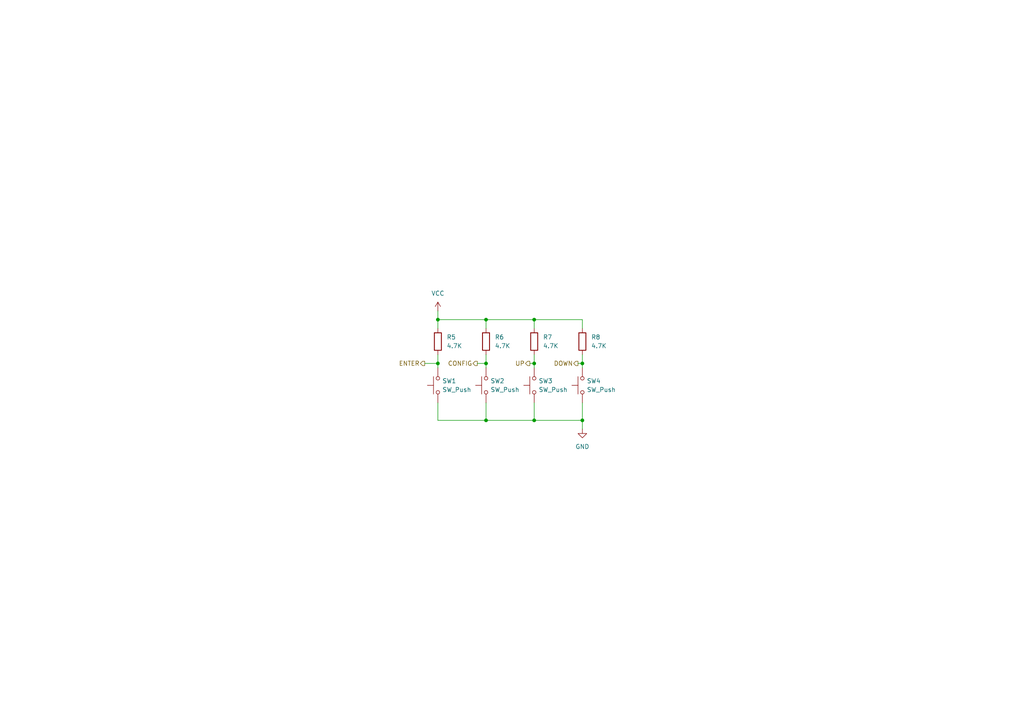
<source format=kicad_sch>
(kicad_sch
	(version 20231120)
	(generator "eeschema")
	(generator_version "8.0")
	(uuid "e7eb4c96-25b4-49c5-b8ea-e2e102dcdf26")
	(paper "A4")
	(lib_symbols
		(symbol "Device:R"
			(pin_numbers hide)
			(pin_names
				(offset 0)
			)
			(exclude_from_sim no)
			(in_bom yes)
			(on_board yes)
			(property "Reference" "R"
				(at 2.032 0 90)
				(effects
					(font
						(size 1.27 1.27)
					)
				)
			)
			(property "Value" "R"
				(at 0 0 90)
				(effects
					(font
						(size 1.27 1.27)
					)
				)
			)
			(property "Footprint" ""
				(at -1.778 0 90)
				(effects
					(font
						(size 1.27 1.27)
					)
					(hide yes)
				)
			)
			(property "Datasheet" "~"
				(at 0 0 0)
				(effects
					(font
						(size 1.27 1.27)
					)
					(hide yes)
				)
			)
			(property "Description" "Resistor"
				(at 0 0 0)
				(effects
					(font
						(size 1.27 1.27)
					)
					(hide yes)
				)
			)
			(property "ki_keywords" "R res resistor"
				(at 0 0 0)
				(effects
					(font
						(size 1.27 1.27)
					)
					(hide yes)
				)
			)
			(property "ki_fp_filters" "R_*"
				(at 0 0 0)
				(effects
					(font
						(size 1.27 1.27)
					)
					(hide yes)
				)
			)
			(symbol "R_0_1"
				(rectangle
					(start -1.016 -2.54)
					(end 1.016 2.54)
					(stroke
						(width 0.254)
						(type default)
					)
					(fill
						(type none)
					)
				)
			)
			(symbol "R_1_1"
				(pin passive line
					(at 0 3.81 270)
					(length 1.27)
					(name "~"
						(effects
							(font
								(size 1.27 1.27)
							)
						)
					)
					(number "1"
						(effects
							(font
								(size 1.27 1.27)
							)
						)
					)
				)
				(pin passive line
					(at 0 -3.81 90)
					(length 1.27)
					(name "~"
						(effects
							(font
								(size 1.27 1.27)
							)
						)
					)
					(number "2"
						(effects
							(font
								(size 1.27 1.27)
							)
						)
					)
				)
			)
		)
		(symbol "Switch:SW_Push"
			(pin_numbers hide)
			(pin_names
				(offset 1.016) hide)
			(exclude_from_sim no)
			(in_bom yes)
			(on_board yes)
			(property "Reference" "SW"
				(at 1.27 2.54 0)
				(effects
					(font
						(size 1.27 1.27)
					)
					(justify left)
				)
			)
			(property "Value" "SW_Push"
				(at 0 -1.524 0)
				(effects
					(font
						(size 1.27 1.27)
					)
				)
			)
			(property "Footprint" ""
				(at 0 5.08 0)
				(effects
					(font
						(size 1.27 1.27)
					)
					(hide yes)
				)
			)
			(property "Datasheet" "~"
				(at 0 5.08 0)
				(effects
					(font
						(size 1.27 1.27)
					)
					(hide yes)
				)
			)
			(property "Description" "Push button switch, generic, two pins"
				(at 0 0 0)
				(effects
					(font
						(size 1.27 1.27)
					)
					(hide yes)
				)
			)
			(property "ki_keywords" "switch normally-open pushbutton push-button"
				(at 0 0 0)
				(effects
					(font
						(size 1.27 1.27)
					)
					(hide yes)
				)
			)
			(symbol "SW_Push_0_1"
				(circle
					(center -2.032 0)
					(radius 0.508)
					(stroke
						(width 0)
						(type default)
					)
					(fill
						(type none)
					)
				)
				(polyline
					(pts
						(xy 0 1.27) (xy 0 3.048)
					)
					(stroke
						(width 0)
						(type default)
					)
					(fill
						(type none)
					)
				)
				(polyline
					(pts
						(xy 2.54 1.27) (xy -2.54 1.27)
					)
					(stroke
						(width 0)
						(type default)
					)
					(fill
						(type none)
					)
				)
				(circle
					(center 2.032 0)
					(radius 0.508)
					(stroke
						(width 0)
						(type default)
					)
					(fill
						(type none)
					)
				)
				(pin passive line
					(at -5.08 0 0)
					(length 2.54)
					(name "1"
						(effects
							(font
								(size 1.27 1.27)
							)
						)
					)
					(number "1"
						(effects
							(font
								(size 1.27 1.27)
							)
						)
					)
				)
				(pin passive line
					(at 5.08 0 180)
					(length 2.54)
					(name "2"
						(effects
							(font
								(size 1.27 1.27)
							)
						)
					)
					(number "2"
						(effects
							(font
								(size 1.27 1.27)
							)
						)
					)
				)
			)
		)
		(symbol "power:GND"
			(power)
			(pin_numbers hide)
			(pin_names
				(offset 0) hide)
			(exclude_from_sim no)
			(in_bom yes)
			(on_board yes)
			(property "Reference" "#PWR"
				(at 0 -6.35 0)
				(effects
					(font
						(size 1.27 1.27)
					)
					(hide yes)
				)
			)
			(property "Value" "GND"
				(at 0 -3.81 0)
				(effects
					(font
						(size 1.27 1.27)
					)
				)
			)
			(property "Footprint" ""
				(at 0 0 0)
				(effects
					(font
						(size 1.27 1.27)
					)
					(hide yes)
				)
			)
			(property "Datasheet" ""
				(at 0 0 0)
				(effects
					(font
						(size 1.27 1.27)
					)
					(hide yes)
				)
			)
			(property "Description" "Power symbol creates a global label with name \"GND\" , ground"
				(at 0 0 0)
				(effects
					(font
						(size 1.27 1.27)
					)
					(hide yes)
				)
			)
			(property "ki_keywords" "global power"
				(at 0 0 0)
				(effects
					(font
						(size 1.27 1.27)
					)
					(hide yes)
				)
			)
			(symbol "GND_0_1"
				(polyline
					(pts
						(xy 0 0) (xy 0 -1.27) (xy 1.27 -1.27) (xy 0 -2.54) (xy -1.27 -1.27) (xy 0 -1.27)
					)
					(stroke
						(width 0)
						(type default)
					)
					(fill
						(type none)
					)
				)
			)
			(symbol "GND_1_1"
				(pin power_in line
					(at 0 0 270)
					(length 0)
					(name "~"
						(effects
							(font
								(size 1.27 1.27)
							)
						)
					)
					(number "1"
						(effects
							(font
								(size 1.27 1.27)
							)
						)
					)
				)
			)
		)
		(symbol "power:VCC"
			(power)
			(pin_numbers hide)
			(pin_names
				(offset 0) hide)
			(exclude_from_sim no)
			(in_bom yes)
			(on_board yes)
			(property "Reference" "#PWR"
				(at 0 -3.81 0)
				(effects
					(font
						(size 1.27 1.27)
					)
					(hide yes)
				)
			)
			(property "Value" "VCC"
				(at 0 3.556 0)
				(effects
					(font
						(size 1.27 1.27)
					)
				)
			)
			(property "Footprint" ""
				(at 0 0 0)
				(effects
					(font
						(size 1.27 1.27)
					)
					(hide yes)
				)
			)
			(property "Datasheet" ""
				(at 0 0 0)
				(effects
					(font
						(size 1.27 1.27)
					)
					(hide yes)
				)
			)
			(property "Description" "Power symbol creates a global label with name \"VCC\""
				(at 0 0 0)
				(effects
					(font
						(size 1.27 1.27)
					)
					(hide yes)
				)
			)
			(property "ki_keywords" "global power"
				(at 0 0 0)
				(effects
					(font
						(size 1.27 1.27)
					)
					(hide yes)
				)
			)
			(symbol "VCC_0_1"
				(polyline
					(pts
						(xy -0.762 1.27) (xy 0 2.54)
					)
					(stroke
						(width 0)
						(type default)
					)
					(fill
						(type none)
					)
				)
				(polyline
					(pts
						(xy 0 0) (xy 0 2.54)
					)
					(stroke
						(width 0)
						(type default)
					)
					(fill
						(type none)
					)
				)
				(polyline
					(pts
						(xy 0 2.54) (xy 0.762 1.27)
					)
					(stroke
						(width 0)
						(type default)
					)
					(fill
						(type none)
					)
				)
			)
			(symbol "VCC_1_1"
				(pin power_in line
					(at 0 0 90)
					(length 0)
					(name "~"
						(effects
							(font
								(size 1.27 1.27)
							)
						)
					)
					(number "1"
						(effects
							(font
								(size 1.27 1.27)
							)
						)
					)
				)
			)
		)
	)
	(junction
		(at 154.94 92.71)
		(diameter 0)
		(color 0 0 0 0)
		(uuid "0607eaf4-5398-4ee6-ac6a-4d085ee24f43")
	)
	(junction
		(at 127 92.71)
		(diameter 0)
		(color 0 0 0 0)
		(uuid "070a9a74-5923-4e17-b1e0-0180e6723d33")
	)
	(junction
		(at 127 105.41)
		(diameter 0)
		(color 0 0 0 0)
		(uuid "457a5101-d967-41bd-b3c7-750e49e0bcbd")
	)
	(junction
		(at 154.94 105.41)
		(diameter 0)
		(color 0 0 0 0)
		(uuid "7d5ac839-c2c7-4b2b-ad2e-d4d0342360aa")
	)
	(junction
		(at 168.91 121.92)
		(diameter 0)
		(color 0 0 0 0)
		(uuid "80a78028-60cf-4f19-a0c8-9a88639b35c3")
	)
	(junction
		(at 154.94 121.92)
		(diameter 0)
		(color 0 0 0 0)
		(uuid "ba368657-da07-47be-900b-c1ededea05c6")
	)
	(junction
		(at 140.97 105.41)
		(diameter 0)
		(color 0 0 0 0)
		(uuid "d4ed097d-ffd3-451f-8c06-5aacc260417d")
	)
	(junction
		(at 168.91 105.41)
		(diameter 0)
		(color 0 0 0 0)
		(uuid "de9d551b-fa17-4cd4-9eb0-11166c4a5106")
	)
	(junction
		(at 140.97 92.71)
		(diameter 0)
		(color 0 0 0 0)
		(uuid "ea18a820-dd4a-4a66-9011-f1b1f48a3776")
	)
	(junction
		(at 140.97 121.92)
		(diameter 0)
		(color 0 0 0 0)
		(uuid "fa751555-e609-4af3-98f8-f768b637ee8e")
	)
	(wire
		(pts
			(xy 140.97 116.84) (xy 140.97 121.92)
		)
		(stroke
			(width 0)
			(type default)
		)
		(uuid "096f1ebf-b4ce-484f-acf5-61050807797b")
	)
	(wire
		(pts
			(xy 154.94 116.84) (xy 154.94 121.92)
		)
		(stroke
			(width 0)
			(type default)
		)
		(uuid "0b39813b-1ce0-49ea-b94b-f02ec1ab89af")
	)
	(wire
		(pts
			(xy 140.97 92.71) (xy 140.97 95.25)
		)
		(stroke
			(width 0)
			(type default)
		)
		(uuid "0d493e53-025b-44bb-9a65-f4e96a2ad723")
	)
	(wire
		(pts
			(xy 154.94 121.92) (xy 168.91 121.92)
		)
		(stroke
			(width 0)
			(type default)
		)
		(uuid "13dcb7ad-7b55-4506-8fbb-55d5df1dd06e")
	)
	(wire
		(pts
			(xy 167.64 105.41) (xy 168.91 105.41)
		)
		(stroke
			(width 0)
			(type default)
		)
		(uuid "152f9f86-43af-44b6-bd9e-3a8b5b5ba816")
	)
	(wire
		(pts
			(xy 154.94 92.71) (xy 154.94 95.25)
		)
		(stroke
			(width 0)
			(type default)
		)
		(uuid "159f00cf-0f16-472e-a47a-67739a496c1e")
	)
	(wire
		(pts
			(xy 168.91 92.71) (xy 154.94 92.71)
		)
		(stroke
			(width 0)
			(type default)
		)
		(uuid "1b5f3d25-8eae-48c6-ad78-ff183797d947")
	)
	(wire
		(pts
			(xy 127 92.71) (xy 127 95.25)
		)
		(stroke
			(width 0)
			(type default)
		)
		(uuid "1ca6d74f-3c98-4f7b-9b75-24662b2733b7")
	)
	(wire
		(pts
			(xy 154.94 102.87) (xy 154.94 105.41)
		)
		(stroke
			(width 0)
			(type default)
		)
		(uuid "3522309f-c7e2-45b0-86cf-0eb13fcb7731")
	)
	(wire
		(pts
			(xy 168.91 95.25) (xy 168.91 92.71)
		)
		(stroke
			(width 0)
			(type default)
		)
		(uuid "43b61200-949a-4c6f-9568-cdd207f4206d")
	)
	(wire
		(pts
			(xy 140.97 102.87) (xy 140.97 105.41)
		)
		(stroke
			(width 0)
			(type default)
		)
		(uuid "47b6964b-f1d7-4c54-a201-134b3b098a17")
	)
	(wire
		(pts
			(xy 154.94 92.71) (xy 140.97 92.71)
		)
		(stroke
			(width 0)
			(type default)
		)
		(uuid "5500a3e9-97da-49ae-9739-c8661e0d10ef")
	)
	(wire
		(pts
			(xy 154.94 105.41) (xy 154.94 106.68)
		)
		(stroke
			(width 0)
			(type default)
		)
		(uuid "630e2607-bb0b-4f48-961e-cfe52a6ef758")
	)
	(wire
		(pts
			(xy 127 105.41) (xy 127 106.68)
		)
		(stroke
			(width 0)
			(type default)
		)
		(uuid "749c347c-f163-4c0e-b480-fbab67d120e0")
	)
	(wire
		(pts
			(xy 127 116.84) (xy 127 121.92)
		)
		(stroke
			(width 0)
			(type default)
		)
		(uuid "7f975843-371c-42e2-a7d5-daab420c7e99")
	)
	(wire
		(pts
			(xy 127 121.92) (xy 140.97 121.92)
		)
		(stroke
			(width 0)
			(type default)
		)
		(uuid "8135a948-1b71-48e6-8cd4-18ffade303cb")
	)
	(wire
		(pts
			(xy 153.67 105.41) (xy 154.94 105.41)
		)
		(stroke
			(width 0)
			(type default)
		)
		(uuid "814f9151-64a4-471e-b863-ab1b23ed8445")
	)
	(wire
		(pts
			(xy 127 102.87) (xy 127 105.41)
		)
		(stroke
			(width 0)
			(type default)
		)
		(uuid "975f33d4-8e14-4881-a126-4d86362fb45e")
	)
	(wire
		(pts
			(xy 168.91 102.87) (xy 168.91 105.41)
		)
		(stroke
			(width 0)
			(type default)
		)
		(uuid "ad2e0728-fe2e-4a53-8bb5-eea099d35351")
	)
	(wire
		(pts
			(xy 140.97 121.92) (xy 154.94 121.92)
		)
		(stroke
			(width 0)
			(type default)
		)
		(uuid "b278f0a4-1d32-4d97-90fd-fa91a74858f4")
	)
	(wire
		(pts
			(xy 168.91 121.92) (xy 168.91 124.46)
		)
		(stroke
			(width 0)
			(type default)
		)
		(uuid "bc0162f7-d738-4cda-9d49-ecab4134d0d7")
	)
	(wire
		(pts
			(xy 123.19 105.41) (xy 127 105.41)
		)
		(stroke
			(width 0)
			(type default)
		)
		(uuid "be91bf67-a02a-4102-b055-18795c3a4063")
	)
	(wire
		(pts
			(xy 140.97 105.41) (xy 140.97 106.68)
		)
		(stroke
			(width 0)
			(type default)
		)
		(uuid "d409dc98-67d3-48c5-b41e-b0ac2850df53")
	)
	(wire
		(pts
			(xy 168.91 116.84) (xy 168.91 121.92)
		)
		(stroke
			(width 0)
			(type default)
		)
		(uuid "dd03ae58-0f83-412d-b383-f5a0abee294e")
	)
	(wire
		(pts
			(xy 127 90.17) (xy 127 92.71)
		)
		(stroke
			(width 0)
			(type default)
		)
		(uuid "e2f29743-2bc3-4d4c-bda5-463c363835db")
	)
	(wire
		(pts
			(xy 168.91 105.41) (xy 168.91 106.68)
		)
		(stroke
			(width 0)
			(type default)
		)
		(uuid "e9f2ebf9-b893-4e76-950e-ae59fbbd99eb")
	)
	(wire
		(pts
			(xy 140.97 92.71) (xy 127 92.71)
		)
		(stroke
			(width 0)
			(type default)
		)
		(uuid "f9072e42-a2c1-4e8b-87f3-cabb14d2d19d")
	)
	(wire
		(pts
			(xy 138.43 105.41) (xy 140.97 105.41)
		)
		(stroke
			(width 0)
			(type default)
		)
		(uuid "fdcbcfc3-1292-4985-b8c7-42f3f71ed10c")
	)
	(hierarchical_label "CONFIG"
		(shape output)
		(at 138.43 105.41 180)
		(fields_autoplaced yes)
		(effects
			(font
				(size 1.27 1.27)
			)
			(justify right)
		)
		(uuid "50523246-b8c0-4343-99da-008c22bd70bb")
	)
	(hierarchical_label "DOWN"
		(shape output)
		(at 167.64 105.41 180)
		(fields_autoplaced yes)
		(effects
			(font
				(size 1.27 1.27)
			)
			(justify right)
		)
		(uuid "6dbc89f8-d341-4d89-a298-567262ccefce")
	)
	(hierarchical_label "ENTER"
		(shape output)
		(at 123.19 105.41 180)
		(fields_autoplaced yes)
		(effects
			(font
				(size 1.27 1.27)
			)
			(justify right)
		)
		(uuid "88263ce2-0109-4147-a397-b079305ab195")
	)
	(hierarchical_label "UP"
		(shape output)
		(at 153.67 105.41 180)
		(fields_autoplaced yes)
		(effects
			(font
				(size 1.27 1.27)
			)
			(justify right)
		)
		(uuid "8b204bf3-d7e9-46dc-b0e5-7f4868432725")
	)
	(symbol
		(lib_id "Device:R")
		(at 168.91 99.06 180)
		(unit 1)
		(exclude_from_sim no)
		(in_bom yes)
		(on_board yes)
		(dnp no)
		(fields_autoplaced yes)
		(uuid "0549f4f1-1405-41c7-81b8-109a6f9f4eeb")
		(property "Reference" "R8"
			(at 171.45 97.7899 0)
			(effects
				(font
					(size 1.27 1.27)
				)
				(justify right)
			)
		)
		(property "Value" "4.7K"
			(at 171.45 100.3299 0)
			(effects
				(font
					(size 1.27 1.27)
				)
				(justify right)
			)
		)
		(property "Footprint" "Resistor_THT:R_Axial_DIN0207_L6.3mm_D2.5mm_P7.62mm_Horizontal"
			(at 170.688 99.06 90)
			(effects
				(font
					(size 1.27 1.27)
				)
				(hide yes)
			)
		)
		(property "Datasheet" "~"
			(at 168.91 99.06 0)
			(effects
				(font
					(size 1.27 1.27)
				)
				(hide yes)
			)
		)
		(property "Description" "Resistor"
			(at 168.91 99.06 0)
			(effects
				(font
					(size 1.27 1.27)
				)
				(hide yes)
			)
		)
		(pin "1"
			(uuid "40be4a7d-0485-4859-9eb9-3bfcfc7211ef")
		)
		(pin "2"
			(uuid "17437ab7-e526-4806-80af-7308de26314b")
		)
		(instances
			(project "school automatic bell"
				(path "/67588057-4a04-410a-b058-5e444541d633/761308d6-c613-466e-83fb-8a2920c98699"
					(reference "R8")
					(unit 1)
				)
			)
		)
	)
	(symbol
		(lib_id "Switch:SW_Push")
		(at 140.97 111.76 90)
		(unit 1)
		(exclude_from_sim no)
		(in_bom yes)
		(on_board yes)
		(dnp no)
		(fields_autoplaced yes)
		(uuid "061179e3-07ca-41f8-8244-2f6c85f83fe6")
		(property "Reference" "SW2"
			(at 142.24 110.4899 90)
			(effects
				(font
					(size 1.27 1.27)
				)
				(justify right)
			)
		)
		(property "Value" "SW_Push"
			(at 142.24 113.0299 90)
			(effects
				(font
					(size 1.27 1.27)
				)
				(justify right)
			)
		)
		(property "Footprint" "Button_Switch_THT:SW_PUSH-12mm"
			(at 135.89 111.76 0)
			(effects
				(font
					(size 1.27 1.27)
				)
				(hide yes)
			)
		)
		(property "Datasheet" "~"
			(at 135.89 111.76 0)
			(effects
				(font
					(size 1.27 1.27)
				)
				(hide yes)
			)
		)
		(property "Description" "Push button switch, generic, two pins"
			(at 140.97 111.76 0)
			(effects
				(font
					(size 1.27 1.27)
				)
				(hide yes)
			)
		)
		(pin "2"
			(uuid "05724adc-eeb1-405c-b0c6-17d15a71e9dd")
		)
		(pin "1"
			(uuid "6fe158e9-c0fa-4409-af6d-28da209c76bd")
		)
		(instances
			(project "school automatic bell"
				(path "/67588057-4a04-410a-b058-5e444541d633/761308d6-c613-466e-83fb-8a2920c98699"
					(reference "SW2")
					(unit 1)
				)
			)
		)
	)
	(symbol
		(lib_id "Device:R")
		(at 154.94 99.06 180)
		(unit 1)
		(exclude_from_sim no)
		(in_bom yes)
		(on_board yes)
		(dnp no)
		(fields_autoplaced yes)
		(uuid "1a97ea19-3549-4c69-b0e4-5f772cdbf963")
		(property "Reference" "R7"
			(at 157.48 97.7899 0)
			(effects
				(font
					(size 1.27 1.27)
				)
				(justify right)
			)
		)
		(property "Value" "4.7K"
			(at 157.48 100.3299 0)
			(effects
				(font
					(size 1.27 1.27)
				)
				(justify right)
			)
		)
		(property "Footprint" "Resistor_THT:R_Axial_DIN0207_L6.3mm_D2.5mm_P7.62mm_Horizontal"
			(at 156.718 99.06 90)
			(effects
				(font
					(size 1.27 1.27)
				)
				(hide yes)
			)
		)
		(property "Datasheet" "~"
			(at 154.94 99.06 0)
			(effects
				(font
					(size 1.27 1.27)
				)
				(hide yes)
			)
		)
		(property "Description" "Resistor"
			(at 154.94 99.06 0)
			(effects
				(font
					(size 1.27 1.27)
				)
				(hide yes)
			)
		)
		(pin "1"
			(uuid "86ca8289-e090-4fec-b689-e6a976c2cf61")
		)
		(pin "2"
			(uuid "f0dc9cb5-3fd3-4250-ac13-61bfe9349933")
		)
		(instances
			(project "school automatic bell"
				(path "/67588057-4a04-410a-b058-5e444541d633/761308d6-c613-466e-83fb-8a2920c98699"
					(reference "R7")
					(unit 1)
				)
			)
		)
	)
	(symbol
		(lib_id "Switch:SW_Push")
		(at 154.94 111.76 90)
		(unit 1)
		(exclude_from_sim no)
		(in_bom yes)
		(on_board yes)
		(dnp no)
		(fields_autoplaced yes)
		(uuid "3ceb8d72-0511-41d8-a565-098fccd26b0d")
		(property "Reference" "SW3"
			(at 156.21 110.4899 90)
			(effects
				(font
					(size 1.27 1.27)
				)
				(justify right)
			)
		)
		(property "Value" "SW_Push"
			(at 156.21 113.0299 90)
			(effects
				(font
					(size 1.27 1.27)
				)
				(justify right)
			)
		)
		(property "Footprint" "Button_Switch_THT:SW_PUSH-12mm"
			(at 149.86 111.76 0)
			(effects
				(font
					(size 1.27 1.27)
				)
				(hide yes)
			)
		)
		(property "Datasheet" "~"
			(at 149.86 111.76 0)
			(effects
				(font
					(size 1.27 1.27)
				)
				(hide yes)
			)
		)
		(property "Description" "Push button switch, generic, two pins"
			(at 154.94 111.76 0)
			(effects
				(font
					(size 1.27 1.27)
				)
				(hide yes)
			)
		)
		(pin "1"
			(uuid "61e2aaf9-00d0-44f8-9f17-492c063b5ba1")
		)
		(pin "2"
			(uuid "fa9b7bd8-2018-43d7-aff1-a59655844603")
		)
		(instances
			(project "school automatic bell"
				(path "/67588057-4a04-410a-b058-5e444541d633/761308d6-c613-466e-83fb-8a2920c98699"
					(reference "SW3")
					(unit 1)
				)
			)
		)
	)
	(symbol
		(lib_id "Device:R")
		(at 127 99.06 180)
		(unit 1)
		(exclude_from_sim no)
		(in_bom yes)
		(on_board yes)
		(dnp no)
		(fields_autoplaced yes)
		(uuid "8d1d6e3d-7121-4bc7-9559-f5bd93a70929")
		(property "Reference" "R5"
			(at 129.54 97.7899 0)
			(effects
				(font
					(size 1.27 1.27)
				)
				(justify right)
			)
		)
		(property "Value" "4.7K"
			(at 129.54 100.3299 0)
			(effects
				(font
					(size 1.27 1.27)
				)
				(justify right)
			)
		)
		(property "Footprint" "Resistor_THT:R_Axial_DIN0207_L6.3mm_D2.5mm_P7.62mm_Horizontal"
			(at 128.778 99.06 90)
			(effects
				(font
					(size 1.27 1.27)
				)
				(hide yes)
			)
		)
		(property "Datasheet" "~"
			(at 127 99.06 0)
			(effects
				(font
					(size 1.27 1.27)
				)
				(hide yes)
			)
		)
		(property "Description" "Resistor"
			(at 127 99.06 0)
			(effects
				(font
					(size 1.27 1.27)
				)
				(hide yes)
			)
		)
		(pin "1"
			(uuid "8d289d41-f85a-4cde-8f20-6926632bc653")
		)
		(pin "2"
			(uuid "24427597-7690-4498-8ea7-103c6f34afd0")
		)
		(instances
			(project "school automatic bell"
				(path "/67588057-4a04-410a-b058-5e444541d633/761308d6-c613-466e-83fb-8a2920c98699"
					(reference "R5")
					(unit 1)
				)
			)
		)
	)
	(symbol
		(lib_id "Switch:SW_Push")
		(at 127 111.76 90)
		(unit 1)
		(exclude_from_sim no)
		(in_bom yes)
		(on_board yes)
		(dnp no)
		(fields_autoplaced yes)
		(uuid "9ae41817-d876-4b5e-b74a-5102df7d8da8")
		(property "Reference" "SW1"
			(at 128.27 110.4899 90)
			(effects
				(font
					(size 1.27 1.27)
				)
				(justify right)
			)
		)
		(property "Value" "SW_Push"
			(at 128.27 113.0299 90)
			(effects
				(font
					(size 1.27 1.27)
				)
				(justify right)
			)
		)
		(property "Footprint" "Button_Switch_THT:SW_PUSH-12mm"
			(at 121.92 111.76 0)
			(effects
				(font
					(size 1.27 1.27)
				)
				(hide yes)
			)
		)
		(property "Datasheet" "~"
			(at 121.92 111.76 0)
			(effects
				(font
					(size 1.27 1.27)
				)
				(hide yes)
			)
		)
		(property "Description" "Push button switch, generic, two pins"
			(at 127 111.76 0)
			(effects
				(font
					(size 1.27 1.27)
				)
				(hide yes)
			)
		)
		(pin "1"
			(uuid "c6f5c006-0369-492f-ac8a-9d9b6a6e317c")
		)
		(pin "2"
			(uuid "55131e8b-988f-4aff-941c-daa95e115080")
		)
		(instances
			(project "school automatic bell"
				(path "/67588057-4a04-410a-b058-5e444541d633/761308d6-c613-466e-83fb-8a2920c98699"
					(reference "SW1")
					(unit 1)
				)
			)
		)
	)
	(symbol
		(lib_id "Device:R")
		(at 140.97 99.06 180)
		(unit 1)
		(exclude_from_sim no)
		(in_bom yes)
		(on_board yes)
		(dnp no)
		(fields_autoplaced yes)
		(uuid "b52c4947-d16b-4bc2-85e1-a7131d23cb89")
		(property "Reference" "R6"
			(at 143.51 97.7899 0)
			(effects
				(font
					(size 1.27 1.27)
				)
				(justify right)
			)
		)
		(property "Value" "4.7K"
			(at 143.51 100.3299 0)
			(effects
				(font
					(size 1.27 1.27)
				)
				(justify right)
			)
		)
		(property "Footprint" "Resistor_THT:R_Axial_DIN0207_L6.3mm_D2.5mm_P7.62mm_Horizontal"
			(at 142.748 99.06 90)
			(effects
				(font
					(size 1.27 1.27)
				)
				(hide yes)
			)
		)
		(property "Datasheet" "~"
			(at 140.97 99.06 0)
			(effects
				(font
					(size 1.27 1.27)
				)
				(hide yes)
			)
		)
		(property "Description" "Resistor"
			(at 140.97 99.06 0)
			(effects
				(font
					(size 1.27 1.27)
				)
				(hide yes)
			)
		)
		(pin "1"
			(uuid "8907ac2d-910c-47e2-978d-d7bef3d458fe")
		)
		(pin "2"
			(uuid "7bd24b8d-1579-44e0-ab80-e1d5c55390d0")
		)
		(instances
			(project "school automatic bell"
				(path "/67588057-4a04-410a-b058-5e444541d633/761308d6-c613-466e-83fb-8a2920c98699"
					(reference "R6")
					(unit 1)
				)
			)
		)
	)
	(symbol
		(lib_id "power:VCC")
		(at 127 90.17 0)
		(unit 1)
		(exclude_from_sim no)
		(in_bom yes)
		(on_board yes)
		(dnp no)
		(fields_autoplaced yes)
		(uuid "b8b83ba4-30f6-4b71-97d2-bbc85fd67b1e")
		(property "Reference" "#PWR016"
			(at 127 93.98 0)
			(effects
				(font
					(size 1.27 1.27)
				)
				(hide yes)
			)
		)
		(property "Value" "VCC"
			(at 127 85.09 0)
			(effects
				(font
					(size 1.27 1.27)
				)
			)
		)
		(property "Footprint" ""
			(at 127 90.17 0)
			(effects
				(font
					(size 1.27 1.27)
				)
				(hide yes)
			)
		)
		(property "Datasheet" ""
			(at 127 90.17 0)
			(effects
				(font
					(size 1.27 1.27)
				)
				(hide yes)
			)
		)
		(property "Description" "Power symbol creates a global label with name \"VCC\""
			(at 127 90.17 0)
			(effects
				(font
					(size 1.27 1.27)
				)
				(hide yes)
			)
		)
		(pin "1"
			(uuid "b2997dd8-bf4f-4e56-97a1-7bfa3c89dfec")
		)
		(instances
			(project "school automatic bell"
				(path "/67588057-4a04-410a-b058-5e444541d633/761308d6-c613-466e-83fb-8a2920c98699"
					(reference "#PWR016")
					(unit 1)
				)
			)
		)
	)
	(symbol
		(lib_id "Switch:SW_Push")
		(at 168.91 111.76 90)
		(unit 1)
		(exclude_from_sim no)
		(in_bom yes)
		(on_board yes)
		(dnp no)
		(fields_autoplaced yes)
		(uuid "f16e3a7e-8d4c-4231-aa22-044a4e88f064")
		(property "Reference" "SW4"
			(at 170.18 110.4899 90)
			(effects
				(font
					(size 1.27 1.27)
				)
				(justify right)
			)
		)
		(property "Value" "SW_Push"
			(at 170.18 113.0299 90)
			(effects
				(font
					(size 1.27 1.27)
				)
				(justify right)
			)
		)
		(property "Footprint" "Button_Switch_THT:SW_PUSH-12mm"
			(at 163.83 111.76 0)
			(effects
				(font
					(size 1.27 1.27)
				)
				(hide yes)
			)
		)
		(property "Datasheet" "~"
			(at 163.83 111.76 0)
			(effects
				(font
					(size 1.27 1.27)
				)
				(hide yes)
			)
		)
		(property "Description" "Push button switch, generic, two pins"
			(at 168.91 111.76 0)
			(effects
				(font
					(size 1.27 1.27)
				)
				(hide yes)
			)
		)
		(pin "1"
			(uuid "f7d95a2a-5f88-4c56-a672-5b2301d062e6")
		)
		(pin "2"
			(uuid "9b07d777-b5e1-4ce9-90b0-337778d4eb54")
		)
		(instances
			(project "school automatic bell"
				(path "/67588057-4a04-410a-b058-5e444541d633/761308d6-c613-466e-83fb-8a2920c98699"
					(reference "SW4")
					(unit 1)
				)
			)
		)
	)
	(symbol
		(lib_id "power:GND")
		(at 168.91 124.46 0)
		(unit 1)
		(exclude_from_sim no)
		(in_bom yes)
		(on_board yes)
		(dnp no)
		(fields_autoplaced yes)
		(uuid "f5d99f2d-46f1-474d-a8a1-4db49d4d0727")
		(property "Reference" "#PWR017"
			(at 168.91 130.81 0)
			(effects
				(font
					(size 1.27 1.27)
				)
				(hide yes)
			)
		)
		(property "Value" "GND"
			(at 168.91 129.54 0)
			(effects
				(font
					(size 1.27 1.27)
				)
			)
		)
		(property "Footprint" ""
			(at 168.91 124.46 0)
			(effects
				(font
					(size 1.27 1.27)
				)
				(hide yes)
			)
		)
		(property "Datasheet" ""
			(at 168.91 124.46 0)
			(effects
				(font
					(size 1.27 1.27)
				)
				(hide yes)
			)
		)
		(property "Description" "Power symbol creates a global label with name \"GND\" , ground"
			(at 168.91 124.46 0)
			(effects
				(font
					(size 1.27 1.27)
				)
				(hide yes)
			)
		)
		(pin "1"
			(uuid "42e745db-53a1-462d-bf3f-a3f4ecad917c")
		)
		(instances
			(project "school automatic bell"
				(path "/67588057-4a04-410a-b058-5e444541d633/761308d6-c613-466e-83fb-8a2920c98699"
					(reference "#PWR017")
					(unit 1)
				)
			)
		)
	)
)

</source>
